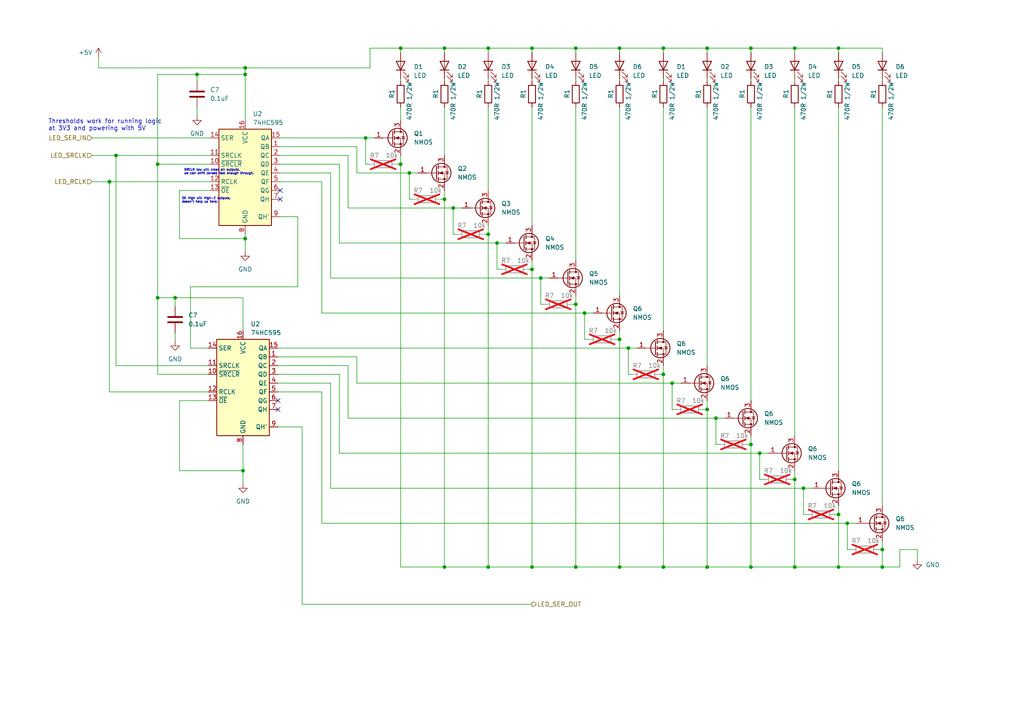
<source format=kicad_sch>
(kicad_sch (version 20230121) (generator eeschema)
  (paper "A4")
  (lib_symbols
    (symbol "74xx:74HC595"
      (property "Reference" "U" (at -7.62 13.97 0))
      (property "Value" "74HC595" (at -7.62 -16.51 0))
      (symbol "74HC595_1_0"
        (pin tri_state line (at 10.16 7.62 180) (length 2.54) (name "QB") (number "1"))
        (pin input line (at -10.16 2.54 0) (length 2.54) (name "~{SRCLR}") (number "10"))
        (pin input line (at -10.16 5.08 0) (length 2.54) (name "SRCLK") (number "11"))
        (pin input line (at -10.16 -2.54 0) (length 2.54) (name "RCLK") (number "12"))
        (pin input line (at -10.16 -5.08 0) (length 2.54) (name "~{OE}") (number "13"))
        (pin input line (at -10.16 10.16 0) (length 2.54) (name "SER") (number "14"))
        (pin tri_state line (at 10.16 10.16 180) (length 2.54) (name "QA") (number "15"))
        (pin power_in line (at 0 15.24 270) (length 2.54) (name "VCC") (number "16"))
        (pin tri_state line (at 10.16 5.08 180) (length 2.54) (name "QC") (number "2"))
        (pin tri_state line (at 10.16 2.54 180) (length 2.54) (name "QD") (number "3"))
        (pin tri_state line (at 10.16 0 180) (length 2.54) (name "QE") (number "4"))
        (pin tri_state line (at 10.16 -2.54 180) (length 2.54) (name "QF") (number "5"))
        (pin tri_state line (at 10.16 -5.08 180) (length 2.54) (name "QG") (number "6"))
        (pin tri_state line (at 10.16 -7.62 180) (length 2.54) (name "QH") (number "7"))
        (pin power_in line (at 0 -17.78 90) (length 2.54) (name "GND") (number "8"))
        (pin output line (at 10.16 -12.7 180) (length 2.54) (name "QH'") (number "9"))
      )
      (symbol "74HC595_1_1"
        (rectangle (start -7.62 12.7) (end 7.62 -15.24) (stroke (width 0.254)) (fill (type background)))
      )
    )
    (symbol "Device:C" (pin_numbers hide) (pin_names (offset 0.254))
      (property "Reference" "C" (at 0.635 2.54 0))
      (property "Value" "C" (at 0.635 -2.54 0))
      (symbol "C_0_1"
        (polyline (pts (xy -2.032 -0.762) (xy 2.032 -0.762)) (stroke (width 0.508)))
        (polyline (pts (xy -2.032 0.762) (xy 2.032 0.762)) (stroke (width 0.508)))
      )
      (symbol "C_1_1"
        (pin passive line (at 0 3.81 270) (length 2.794) (name "~") (number "1"))
        (pin passive line (at 0 -3.81 90) (length 2.794) (name "~") (number "2"))
      )
    )
    (symbol "Device:LED" (pin_numbers hide) (pin_names (offset 1.016) hide)
      (property "Reference" "D" (at 0 2.54 0))
      (property "Value" "LED" (at 0 -2.54 0))
      (symbol "LED_0_1"
        (polyline (pts (xy -1.27 -1.27) (xy -1.27 1.27)) (stroke (width 0.254)))
        (polyline (pts (xy -1.27 0) (xy 1.27 0)))
        (polyline (pts (xy 1.27 -1.27) (xy 1.27 1.27) (xy -1.27 0) (xy 1.27 -1.27)) (stroke (width 0.254)))
        (polyline (pts (xy -3.048 -0.762) (xy -4.572 -2.286) (xy -3.81 -2.286) (xy -4.572 -2.286) (xy -4.572 -1.524)))
        (polyline (pts (xy -1.778 -0.762) (xy -3.302 -2.286) (xy -2.54 -2.286) (xy -3.302 -2.286) (xy -3.302 -1.524)))
      )
      (symbol "LED_1_1"
        (pin passive line (at -3.81 0 0) (length 2.54) (name "K") (number "1"))
        (pin passive line (at 3.81 0 180) (length 2.54) (name "A") (number "2"))
      )
    )
    (symbol "Device:Q_NMOS_GSD" (pin_names (offset 0) hide)
      (property "Reference" "Q" (at 5.08 1.27 0))
      (property "Value" "Q_NMOS_GSD" (at 5.08 -1.27 0))
      (symbol "Q_NMOS_GSD_0_1"
        (polyline (pts (xy 0.254 0) (xy -2.54 0)))
        (polyline (pts (xy 0.254 1.905) (xy 0.254 -1.905)) (stroke (width 0.254)))
        (polyline (pts (xy 0.762 -1.27) (xy 0.762 -2.286)) (stroke (width 0.254)))
        (polyline (pts (xy 0.762 0.508) (xy 0.762 -0.508)) (stroke (width 0.254)))
        (polyline (pts (xy 0.762 2.286) (xy 0.762 1.27)) (stroke (width 0.254)))
        (polyline (pts (xy 2.54 2.54) (xy 2.54 1.778)))
        (polyline (pts (xy 2.54 -2.54) (xy 2.54 0) (xy 0.762 0)))
        (polyline (pts (xy 0.762 -1.778) (xy 3.302 -1.778) (xy 3.302 1.778) (xy 0.762 1.778)))
        (polyline (pts (xy 1.016 0) (xy 2.032 0.381) (xy 2.032 -0.381) (xy 1.016 0)) (fill (type outline)))
        (polyline (pts (xy 2.794 0.508) (xy 2.921 0.381) (xy 3.683 0.381) (xy 3.81 0.254)))
        (polyline (pts (xy 3.302 0.381) (xy 2.921 -0.254) (xy 3.683 -0.254) (xy 3.302 0.381)))
        (circle (center 1.651 0) (radius 2.794) (stroke (width 0.254)))
        (circle (center 2.54 -1.778) (radius 0.254) (fill (type outline)))
        (circle (center 2.54 1.778) (radius 0.254) (fill (type outline)))
      )
      (symbol "Q_NMOS_GSD_1_1"
        (pin input line (at -5.08 0 0) (length 2.54) (name "G") (number "1"))
        (pin passive line (at 2.54 -5.08 90) (length 2.54) (name "S") (number "2"))
        (pin passive line (at 2.54 5.08 270) (length 2.54) (name "D") (number "3"))
      )
    )
    (symbol "Device:R" (pin_numbers hide) (pin_names (offset 0))
      (property "Reference" "R" (at 2.032 0 90))
      (property "Value" "R" (at 0 0 90))
      (symbol "R_0_1"
        (rectangle (start -1.016 -2.54) (end 1.016 2.54) (stroke (width 0.254)))
      )
      (symbol "R_1_1"
        (pin passive line (at 0 3.81 270) (length 1.27) (name "~") (number "1"))
        (pin passive line (at 0 -3.81 90) (length 1.27) (name "~") (number "2"))
      )
    )
    (symbol "power:+5V" (power) (pin_names (offset 0))
      (property "Value" "+5V" (at 0 3.556 0))
      (symbol "+5V_0_1"
        (polyline (pts (xy -0.762 1.27) (xy 0 2.54)))
        (polyline (pts (xy 0 0) (xy 0 2.54)))
        (polyline (pts (xy 0 2.54) (xy 0.762 1.27)))
      )
      (symbol "+5V_1_1"
        (pin power_in line (at 0 0 90) (length 0) hide (name "+5V") (number "1"))
      )
    )
    (symbol "power:GND" (power) (pin_names (offset 0))
      (property "Value" "GND" (at 0 -3.81 0))
      (symbol "GND_0_1"
        (polyline (pts (xy 0 0) (xy 0 -1.27) (xy 1.27 -1.27) (xy 0 -2.54) (xy -1.27 -1.27) (xy 0 -1.27)))
      )
      (symbol "GND_1_1"
        (pin power_in line (at 0 0 270) (length 0) hide (name "GND") (number "1"))
      )
    )
  )
  (junction (at 205.105 118.745))
  (junction (at 179.705 98.425))
  (junction (at 167.005 164.465))
  (junction (at 255.905 164.465))
  (junction (at 71.12 69.215))
  (junction (at 192.405 13.97))
  (junction (at 217.805 128.905))
  (junction (at 167.005 13.97))
  (junction (at 154.305 164.465))
  (junction (at 71.12 19.685))
  (junction (at 255.905 159.385))
  (junction (at 33.655 45.085))
  (junction (at 128.905 13.97))
  (junction (at 71.12 21.59))
  (junction (at 167.005 88.265))
  (junction (at 31.75 52.705))
  (junction (at 179.705 13.97))
  (junction (at 169.545 90.805))
  (junction (at 192.405 164.465))
  (junction (at 179.705 164.465))
  (junction (at 194.945 111.125))
  (junction (at 70.485 136.525))
  (junction (at 57.15 21.59))
  (junction (at 131.445 60.325))
  (junction (at 45.72 47.625))
  (junction (at 50.8 86.36))
  (junction (at 116.205 13.97))
  (junction (at 128.905 164.465))
  (junction (at 243.205 164.465))
  (junction (at 128.905 57.785))
  (junction (at 245.745 151.765))
  (junction (at 217.805 164.465))
  (junction (at 207.645 121.285))
  (junction (at 154.305 78.105))
  (junction (at 205.105 164.465))
  (junction (at 144.145 70.485))
  (junction (at 230.505 139.065))
  (junction (at 205.105 13.97))
  (junction (at 141.605 164.465))
  (junction (at 182.245 100.965))
  (junction (at 141.605 67.945))
  (junction (at 141.605 13.97))
  (junction (at 118.745 50.165))
  (junction (at 220.345 131.445))
  (junction (at 243.205 149.225))
  (junction (at 116.205 47.625))
  (junction (at 217.805 13.97))
  (junction (at 45.72 86.36))
  (junction (at 243.205 13.97))
  (junction (at 106.045 40.005))
  (junction (at 154.305 13.97))
  (junction (at 230.505 13.97))
  (junction (at 156.845 80.645))
  (junction (at 192.405 108.585))
  (junction (at 233.045 141.605))
  (junction (at 230.505 164.465))
  (no_connect (at 81.28 55.245))
  (no_connect (at 80.645 116.205))
  (no_connect (at 80.645 118.745))
  (no_connect (at 81.28 57.785))
  (wire (pts (xy 245.745 151.765) (xy 248.285 151.765)))
  (wire (pts (xy 205.105 118.745) (xy 205.105 164.465)))
  (wire (pts (xy 243.205 164.465) (xy 255.905 164.465)))
  (wire (pts (xy 45.72 47.625) (xy 45.72 86.36)))
  (wire (pts (xy 192.405 22.86) (xy 192.405 23.495)))
  (wire (pts (xy 165.735 88.265) (xy 167.005 88.265)))
  (wire (pts (xy 167.005 13.97) (xy 179.705 13.97)))
  (wire (pts (xy 116.205 47.625) (xy 116.205 164.465)))
  (wire (pts (xy 98.425 108.585) (xy 80.645 108.585)))
  (wire (pts (xy 100.965 121.285) (xy 207.645 121.285)))
  (wire (pts (xy 131.445 67.945) (xy 131.445 60.325)))
  (wire (pts (xy 93.345 90.805) (xy 169.545 90.805)))
  (wire (pts (xy 192.405 13.97) (xy 192.405 15.24)))
  (wire (pts (xy 128.905 57.785) (xy 128.905 164.465)))
  (wire (pts (xy 116.205 13.97) (xy 128.905 13.97)))
  (wire (pts (xy 103.505 42.545) (xy 81.28 42.545)))
  (wire (pts (xy 60.325 108.585) (xy 45.72 108.585)))
  (wire (pts (xy 179.705 13.97) (xy 192.405 13.97)))
  (wire (pts (xy 179.705 13.97) (xy 179.705 15.24)))
  (wire (pts (xy 154.305 13.97) (xy 154.305 15.24)))
  (wire (pts (xy 203.835 118.745) (xy 205.105 118.745)))
  (wire (pts (xy 52.07 55.245) (xy 52.07 69.215)))
  (wire (pts (xy 243.205 149.225) (xy 243.205 164.465)))
  (wire (pts (xy 81.28 62.865) (xy 86.36 62.865)))
  (wire (pts (xy 26.67 45.085) (xy 33.655 45.085)))
  (wire (pts (xy 255.905 156.845) (xy 255.905 159.385)))
  (wire (pts (xy 98.425 47.625) (xy 81.28 47.625)))
  (wire (pts (xy 114.935 47.625) (xy 116.205 47.625)))
  (wire (pts (xy 179.705 164.465) (xy 192.405 164.465)))
  (wire (pts (xy 120.015 57.785) (xy 118.745 57.785)))
  (wire (pts (xy 80.645 103.505) (xy 103.505 103.505)))
  (wire (pts (xy 106.045 47.625) (xy 106.045 40.005)))
  (wire (pts (xy 57.15 31.115) (xy 57.15 33.655)))
  (wire (pts (xy 205.105 31.115) (xy 205.105 106.045)))
  (wire (pts (xy 98.425 131.445) (xy 220.345 131.445)))
  (wire (pts (xy 93.345 52.705) (xy 93.345 90.805)))
  (wire (pts (xy 31.75 52.705) (xy 31.75 113.665)))
  (wire (pts (xy 158.115 88.265) (xy 156.845 88.265)))
  (wire (pts (xy 128.905 31.115) (xy 128.905 45.085)))
  (wire (pts (xy 194.945 111.125) (xy 197.485 111.125)))
  (wire (pts (xy 182.245 108.585) (xy 182.245 100.965)))
  (wire (pts (xy 52.07 136.525) (xy 70.485 136.525)))
  (wire (pts (xy 33.655 106.045) (xy 60.325 106.045)))
  (wire (pts (xy 71.12 69.215) (xy 71.12 73.025)))
  (wire (pts (xy 183.515 108.585) (xy 182.245 108.585)))
  (wire (pts (xy 28.575 19.685) (xy 71.12 19.685)))
  (wire (pts (xy 154.305 31.115) (xy 154.305 65.405)))
  (wire (pts (xy 220.345 139.065) (xy 220.345 131.445)))
  (wire (pts (xy 144.145 78.105) (xy 144.145 70.485)))
  (wire (pts (xy 229.235 139.065) (xy 230.505 139.065)))
  (wire (pts (xy 103.505 103.505) (xy 103.505 111.125)))
  (wire (pts (xy 230.505 164.465) (xy 243.205 164.465)))
  (wire (pts (xy 52.07 116.205) (xy 52.07 136.525)))
  (wire (pts (xy 55.245 100.965) (xy 60.325 100.965)))
  (wire (pts (xy 179.705 98.425) (xy 179.705 164.465)))
  (wire (pts (xy 28.575 16.51) (xy 28.575 19.685)))
  (wire (pts (xy 31.75 113.665) (xy 60.325 113.665)))
  (wire (pts (xy 70.485 86.36) (xy 50.8 86.36)))
  (wire (pts (xy 106.045 40.005) (xy 108.585 40.005)))
  (wire (pts (xy 131.445 60.325) (xy 133.985 60.325)))
  (wire (pts (xy 260.985 164.465) (xy 255.905 164.465)))
  (wire (pts (xy 156.845 88.265) (xy 156.845 80.645)))
  (wire (pts (xy 116.205 164.465) (xy 128.905 164.465)))
  (wire (pts (xy 93.345 113.665) (xy 93.345 151.765)))
  (wire (pts (xy 216.535 128.905) (xy 217.805 128.905)))
  (wire (pts (xy 128.905 13.97) (xy 128.905 15.24)))
  (wire (pts (xy 233.045 141.605) (xy 235.585 141.605)))
  (wire (pts (xy 217.805 31.115) (xy 217.805 116.205)))
  (wire (pts (xy 71.12 19.685) (xy 71.12 21.59)))
  (wire (pts (xy 191.135 108.585) (xy 192.405 108.585)))
  (wire (pts (xy 141.605 13.97) (xy 154.305 13.97)))
  (wire (pts (xy 71.12 21.59) (xy 71.12 34.925)))
  (wire (pts (xy 192.405 106.045) (xy 192.405 108.585)))
  (wire (pts (xy 141.605 164.465) (xy 154.305 164.465)))
  (wire (pts (xy 57.15 23.495) (xy 57.15 21.59)))
  (wire (pts (xy 205.105 13.97) (xy 217.805 13.97)))
  (wire (pts (xy 80.645 106.045) (xy 100.965 106.045)))
  (wire (pts (xy 57.15 21.59) (xy 71.12 21.59)))
  (wire (pts (xy 217.805 128.905) (xy 217.805 164.465)))
  (wire (pts (xy 207.645 128.905) (xy 207.645 121.285)))
  (wire (pts (xy 50.8 96.52) (xy 50.8 99.06)))
  (wire (pts (xy 178.435 98.425) (xy 179.705 98.425)))
  (wire (pts (xy 217.805 13.97) (xy 230.505 13.97)))
  (wire (pts (xy 95.885 80.645) (xy 156.845 80.645)))
  (wire (pts (xy 141.605 65.405) (xy 141.605 67.945)))
  (wire (pts (xy 81.28 50.165) (xy 95.885 50.165)))
  (wire (pts (xy 233.045 149.225) (xy 233.045 141.605)))
  (wire (pts (xy 247.015 159.385) (xy 245.745 159.385)))
  (wire (pts (xy 167.005 31.115) (xy 167.005 75.565)))
  (wire (pts (xy 95.885 111.125) (xy 80.645 111.125)))
  (wire (pts (xy 260.985 159.385) (xy 260.985 164.465)))
  (wire (pts (xy 45.72 21.59) (xy 45.72 47.625)))
  (wire (pts (xy 31.75 52.705) (xy 60.96 52.705)))
  (wire (pts (xy 217.805 22.86) (xy 217.805 23.495)))
  (wire (pts (xy 50.8 86.36) (xy 45.72 86.36)))
  (wire (pts (xy 128.905 13.97) (xy 141.605 13.97)))
  (wire (pts (xy 255.905 22.86) (xy 255.905 23.495)))
  (wire (pts (xy 26.67 40.005) (xy 60.96 40.005)))
  (wire (pts (xy 95.885 141.605) (xy 233.045 141.605)))
  (wire (pts (xy 266.065 162.56) (xy 266.065 159.385)))
  (wire (pts (xy 230.505 136.525) (xy 230.505 139.065)))
  (wire (pts (xy 116.205 45.085) (xy 116.205 47.625)))
  (wire (pts (xy 70.485 136.525) (xy 70.485 140.335)))
  (wire (pts (xy 45.72 21.59) (xy 57.15 21.59)))
  (wire (pts (xy 170.815 98.425) (xy 169.545 98.425)))
  (wire (pts (xy 107.315 19.685) (xy 107.315 13.97)))
  (wire (pts (xy 52.07 69.215) (xy 71.12 69.215)))
  (wire (pts (xy 107.315 13.97) (xy 116.205 13.97)))
  (wire (pts (xy 98.425 47.625) (xy 98.425 70.485)))
  (wire (pts (xy 254.635 159.385) (xy 255.905 159.385)))
  (wire (pts (xy 243.205 13.97) (xy 243.205 15.24)))
  (wire (pts (xy 60.96 55.245) (xy 52.07 55.245)))
  (wire (pts (xy 118.745 57.785) (xy 118.745 50.165)))
  (wire (pts (xy 95.885 111.125) (xy 95.885 141.605)))
  (wire (pts (xy 45.72 86.36) (xy 45.72 108.585)))
  (wire (pts (xy 70.485 128.905) (xy 70.485 136.525)))
  (wire (pts (xy 167.005 13.97) (xy 167.005 15.24)))
  (wire (pts (xy 221.615 139.065) (xy 220.345 139.065)))
  (wire (pts (xy 205.105 116.205) (xy 205.105 118.745)))
  (wire (pts (xy 192.405 31.115) (xy 192.405 95.885)))
  (wire (pts (xy 220.345 131.445) (xy 222.885 131.445)))
  (wire (pts (xy 71.12 67.945) (xy 71.12 69.215)))
  (wire (pts (xy 144.145 70.485) (xy 146.685 70.485)))
  (wire (pts (xy 141.605 13.97) (xy 141.605 15.24)))
  (wire (pts (xy 81.28 45.085) (xy 100.965 45.085)))
  (wire (pts (xy 192.405 108.585) (xy 192.405 164.465)))
  (wire (pts (xy 118.745 50.165) (xy 121.285 50.165)))
  (wire (pts (xy 127.635 57.785) (xy 128.905 57.785)))
  (wire (pts (xy 205.105 164.465) (xy 217.805 164.465)))
  (wire (pts (xy 140.335 67.945) (xy 141.605 67.945)))
  (wire (pts (xy 116.205 13.97) (xy 116.205 15.24)))
  (wire (pts (xy 154.305 13.97) (xy 167.005 13.97)))
  (wire (pts (xy 217.805 13.97) (xy 217.805 15.24)))
  (wire (pts (xy 153.035 78.105) (xy 154.305 78.105)))
  (wire (pts (xy 50.8 86.36) (xy 50.8 88.9)))
  (wire (pts (xy 93.345 113.665) (xy 80.645 113.665)))
  (wire (pts (xy 103.505 111.125) (xy 194.945 111.125)))
  (wire (pts (xy 33.655 45.085) (xy 60.96 45.085)))
  (wire (pts (xy 230.505 13.97) (xy 243.205 13.97)))
  (wire (pts (xy 230.505 139.065) (xy 230.505 164.465)))
  (wire (pts (xy 243.205 146.685) (xy 243.205 149.225)))
  (wire (pts (xy 103.505 50.165) (xy 118.745 50.165)))
  (wire (pts (xy 86.36 62.865) (xy 86.36 83.185)))
  (wire (pts (xy 33.655 45.085) (xy 33.655 106.045)))
  (wire (pts (xy 71.12 19.685) (xy 107.315 19.685)))
  (wire (pts (xy 87.63 123.825) (xy 87.63 175.26)))
  (wire (pts (xy 100.965 45.085) (xy 100.965 60.325)))
  (wire (pts (xy 169.545 98.425) (xy 169.545 90.805)))
  (wire (pts (xy 93.345 151.765) (xy 245.745 151.765)))
  (wire (pts (xy 128.905 55.245) (xy 128.905 57.785)))
  (wire (pts (xy 145.415 78.105) (xy 144.145 78.105)))
  (wire (pts (xy 243.205 22.86) (xy 243.205 23.495)))
  (wire (pts (xy 217.805 164.465) (xy 230.505 164.465)))
  (wire (pts (xy 116.205 31.115) (xy 116.205 34.925)))
  (wire (pts (xy 255.905 13.97) (xy 255.905 15.24)))
  (wire (pts (xy 98.425 70.485) (xy 144.145 70.485)))
  (wire (pts (xy 80.645 100.965) (xy 182.245 100.965)))
  (wire (pts (xy 230.505 31.115) (xy 230.505 126.365)))
  (wire (pts (xy 141.605 31.115) (xy 141.605 55.245)))
  (wire (pts (xy 167.005 88.265) (xy 167.005 164.465)))
  (wire (pts (xy 230.505 13.97) (xy 230.505 15.24)))
  (wire (pts (xy 217.805 126.365) (xy 217.805 128.905)))
  (wire (pts (xy 167.005 85.725) (xy 167.005 88.265)))
  (wire (pts (xy 154.305 75.565) (xy 154.305 78.105)))
  (wire (pts (xy 60.325 116.205) (xy 52.07 116.205)))
  (wire (pts (xy 60.96 47.625) (xy 45.72 47.625)))
  (wire (pts (xy 179.705 95.885) (xy 179.705 98.425)))
  (wire (pts (xy 205.105 22.86) (xy 205.105 23.495)))
  (wire (pts (xy 80.645 123.825) (xy 87.63 123.825)))
  (wire (pts (xy 266.065 159.385) (xy 260.985 159.385)))
  (wire (pts (xy 100.965 60.325) (xy 131.445 60.325)))
  (wire (pts (xy 245.745 159.385) (xy 245.745 151.765)))
  (wire (pts (xy 207.645 121.285) (xy 210.185 121.285)))
  (wire (pts (xy 167.005 22.86) (xy 167.005 23.495)))
  (wire (pts (xy 205.105 13.97) (xy 205.105 15.24)))
  (wire (pts (xy 116.205 22.86) (xy 116.205 23.495)))
  (wire (pts (xy 154.305 78.105) (xy 154.305 164.465)))
  (wire (pts (xy 208.915 128.905) (xy 207.645 128.905)))
  (wire (pts (xy 234.315 149.225) (xy 233.045 149.225)))
  (wire (pts (xy 241.935 149.225) (xy 243.205 149.225)))
  (wire (pts (xy 156.845 80.645) (xy 159.385 80.645)))
  (wire (pts (xy 255.905 31.115) (xy 255.905 146.685)))
  (wire (pts (xy 196.215 118.745) (xy 194.945 118.745)))
  (wire (pts (xy 141.605 67.945) (xy 141.605 164.465)))
  (wire (pts (xy 182.245 100.965) (xy 184.785 100.965)))
  (wire (pts (xy 243.205 31.115) (xy 243.205 136.525)))
  (wire (pts (xy 87.63 175.26) (xy 154.305 175.26)))
  (wire (pts (xy 81.28 40.005) (xy 106.045 40.005)))
  (wire (pts (xy 167.005 164.465) (xy 179.705 164.465)))
  (wire (pts (xy 192.405 13.97) (xy 205.105 13.97)))
  (wire (pts (xy 103.505 42.545) (xy 103.505 50.165)))
  (wire (pts (xy 86.36 83.185) (xy 55.245 83.185)))
  (wire (pts (xy 179.705 22.86) (xy 179.705 23.495)))
  (wire (pts (xy 107.315 47.625) (xy 106.045 47.625)))
  (wire (pts (xy 194.945 118.745) (xy 194.945 111.125)))
  (wire (pts (xy 230.505 22.86) (xy 230.505 23.495)))
  (wire (pts (xy 55.245 83.185) (xy 55.245 100.965)))
  (wire (pts (xy 100.965 106.045) (xy 100.965 121.285)))
  (wire (pts (xy 243.205 13.97) (xy 255.905 13.97)))
  (wire (pts (xy 169.545 90.805) (xy 172.085 90.805)))
  (wire (pts (xy 154.305 22.86) (xy 154.305 23.495)))
  (wire (pts (xy 255.905 159.385) (xy 255.905 164.465)))
  (wire (pts (xy 154.305 164.465) (xy 167.005 164.465)))
  (wire (pts (xy 179.705 31.115) (xy 179.705 85.725)))
  (wire (pts (xy 128.905 164.465) (xy 141.605 164.465)))
  (wire (pts (xy 95.885 50.165) (xy 95.885 80.645)))
  (wire (pts (xy 132.715 67.945) (xy 131.445 67.945)))
  (wire (pts (xy 26.67 52.705) (xy 31.75 52.705)))
  (wire (pts (xy 192.405 164.465) (xy 205.105 164.465)))
  (wire (pts (xy 98.425 108.585) (xy 98.425 131.445)))
  (wire (pts (xy 70.485 86.36) (xy 70.485 95.885)))
  (wire (pts (xy 93.345 52.705) (xy 81.28 52.705)))
  (wire (pts (xy 141.605 22.86) (xy 141.605 23.495)))
  (wire (pts (xy 128.905 22.86) (xy 128.905 23.495)))
  (text "SRCLR low will clear all outputs,\nwe can shift zeroes fast enough through." (at 53.34 50.8 0) (effects (font (size 0.635 0.635)) (justify left bottom)))
  (text "OE high will high-Z outputs,\ndoesn't help us here." (at 52.705 59.055 0) (effects (font (size 0.635 0.635)) (justify left bottom)))
  (text "Thresholds work for running logic\nat 3V3 and powering with 5V" (at 13.97 38.1 0) (effects (font (size 1.27 1.27)) (justify left bottom)))
  (hierarchical_label "LED_RCLK" (shape input) (at 26.67 52.705 180))
  (hierarchical_label "LED_SER_IN" (shape input) (at 26.67 40.005 180))
  (hierarchical_label "LED_SER_OUT" (shape output) (at 154.305 175.26 0))
  (hierarchical_label "LED_SRCLK" (shape input) (at 26.67 45.085 180))
  (symbol (lib_id "Device:R") (at 167.005 27.305 0) (unit 1)
    (property "Reference" "R1" (at 164.465 28.575 90) (effects (justify left)))
    (property "Value" "470R 1/2W" (at 169.545 34.925 90) (effects (justify left)))
    (property "Footprint" "Resistor_SMD:R_1206_3216Metric" (effects hide))
    (property "MPN" "ERJ-P08J471V" (effects hide))
    (property "Link" "https://www.digikey.de/en/products/detail/panasonic-electronic-components/ERJ-P08J471V/525396" (effects hide))
    (instances (project "button-board" (path "" (reference "R1") (unit 1)) (path "" (reference "R21") (unit 1)) (path "" (reference "R33") (unit 1))))
  )
  (symbol (lib_id "Device:LED") (at 217.805 19.05 90) (unit 1)
    (property "Reference" "D3" (at 221.615 19.3675 90) (effects (justify right)))
    (property "Value" "LED" (at 221.615 21.9075 90) (effects (justify right)))
    (property "Footprint" "LED_SMD:LED_SunLED_XZ_Reverse_Mount" (effects hide))
    (instances (project "button-board" (path "" (reference "D3") (unit 1)) (path "" (reference "D9") (unit 1)) (path "" (reference "D12") (unit 1))))
  )
  (symbol (lib_id "Device:R") (at 205.105 27.305 0) (unit 1)
    (property "Reference" "R1" (at 202.565 28.575 90) (effects (justify left)))
    (property "Value" "470R 1/2W" (at 207.645 34.925 90) (effects (justify left)))
    (property "Footprint" "Resistor_SMD:R_1206_3216Metric" (effects hide))
    (property "MPN" "ERJ-P08J471V" (effects hide))
    (property "Link" "https://www.digikey.de/en/products/detail/panasonic-electronic-components/ERJ-P08J471V/525396" (effects hide))
    (instances (project "button-board" (path "" (reference "R1") (unit 1)) (path "" (reference "R21") (unit 1)) (path "" (reference "R39") (unit 1))))
  )
  (symbol (lib_id "Device:LED") (at 128.905 19.05 90) (unit 1)
    (property "Reference" "D2" (at 132.715 19.3675 90) (effects (justify right)))
    (property "Value" "LED" (at 132.715 21.9075 90) (effects (justify right)))
    (property "Footprint" "LED_SMD:LED_SunLED_XZ_Reverse_Mount" (effects hide))
    (instances (project "button-board" (path "" (reference "D2") (unit 1)) (path "" (reference "D8") (unit 1)) (path "" (reference "D5") (unit 1))))
  )
  (symbol (lib_id "Device:R") (at 243.205 27.305 0) (unit 1)
    (property "Reference" "R1" (at 240.665 28.575 90) (effects (justify left)))
    (property "Value" "470R 1/2W" (at 245.745 34.925 90) (effects (justify left)))
    (property "Footprint" "Resistor_SMD:R_1206_3216Metric" (effects hide))
    (property "MPN" "ERJ-P08J471V" (effects hide))
    (property "Link" "https://www.digikey.de/en/products/detail/panasonic-electronic-components/ERJ-P08J471V/525396" (effects hide))
    (instances (project "button-board" (path "" (reference "R1") (unit 1)) (path "" (reference "R21") (unit 1)) (path "" (reference "R45") (unit 1))))
  )
  (symbol (lib_id "Device:LED") (at 243.205 19.05 90) (unit 1)
    (property "Reference" "D5" (at 247.015 19.3675 90) (effects (justify right)))
    (property "Value" "LED" (at 247.015 21.9075 90) (effects (justify right)))
    (property "Footprint" "LED_SMD:LED_SunLED_XZ_Reverse_Mount_Cut_Pads" (effects hide))
    (instances (project "button-board" (path "" (reference "D5") (unit 1)) (path "" (reference "D11") (unit 1)) (path "" (reference "D14") (unit 1))))
  )
  (symbol (lib_id "Device:R") (at 217.805 27.305 0) (unit 1)
    (property "Reference" "R1" (at 215.265 28.575 90) (effects (justify left)))
    (property "Value" "470R 1/2W" (at 220.345 34.925 90) (effects (justify left)))
    (property "Footprint" "Resistor_SMD:R_1206_3216Metric" (effects hide))
    (property "MPN" "ERJ-P08J471V" (effects hide))
    (property "Link" "https://www.digikey.de/en/products/detail/panasonic-electronic-components/ERJ-P08J471V/525396" (effects hide))
    (instances (project "button-board" (path "" (reference "R1") (unit 1)) (path "" (reference "R21") (unit 1)) (path "" (reference "R41") (unit 1))))
  )
  (symbol (lib_id "Device:LED") (at 141.605 19.05 90) (unit 1)
    (property "Reference" "D3" (at 145.415 19.3675 90) (effects (justify right)))
    (property "Value" "LED" (at 145.415 21.9075 90) (effects (justify right)))
    (property "Footprint" "LED_SMD:LED_SunLED_XZ_Reverse_Mount" (effects hide))
    (instances (project "button-board" (path "" (reference "D3") (unit 1)) (path "" (reference "D9") (unit 1)) (path "" (reference "D6") (unit 1))))
  )
  (symbol (lib_id "Device:R") (at 192.405 27.305 0) (unit 1)
    (property "Reference" "R1" (at 189.865 28.575 90) (effects (justify left)))
    (property "Value" "470R 1/2W" (at 194.945 34.925 90) (effects (justify left)))
    (property "Footprint" "Resistor_SMD:R_1206_3216Metric" (effects hide))
    (property "MPN" "ERJ-P08J471V" (effects hide))
    (property "Link" "https://www.digikey.de/en/products/detail/panasonic-electronic-components/ERJ-P08J471V/525396" (effects hide))
    (instances (project "button-board" (path "" (reference "R1") (unit 1)) (path "" (reference "R21") (unit 1)) (path "" (reference "R37") (unit 1))))
  )
  (symbol (lib_id "Device:Q_NMOS_GSD") (at 151.765 70.485 0) (unit 1)
    (property "Reference" "Q4" (at 158.115 69.215 0) (effects (justify left)))
    (property "Value" "NMOS" (at 158.115 71.755 0) (effects (justify left)))
    (property "Footprint" "Package_TO_SOT_SMD:TSOT-23" (effects hide))
    (property "Link" "https://www.digikey.de/en/products/detail/anbon-semiconductor-int-l-limited/AS2302/16708469" (effects hide))
    (property "MPN" "AS2302" (effects hide))
    (instances (project "button-board" (path "" (reference "Q4") (unit 1)) (path "" (reference "Q10") (unit 1)) (path "" (reference "Q5") (unit 1))))
  )
  (symbol (lib_id "power:+5V") (at 28.575 16.51 0) (unit 1)
    (property "Reference" "#PWR03" (effects hide))
    (property "Value" "+5V" (at 24.765 15.24 0))
    (instances (project "button-board" (path "" (reference "#PWR03") (unit 1)) (path "" (reference "#PWR06") (unit 1)) (path "" (reference "#PWR017") (unit 1))))
  )
  (symbol (lib_id "Device:LED") (at 167.005 19.05 90) (unit 1)
    (property "Reference" "D5" (at 170.815 19.3675 90) (effects (justify right)))
    (property "Value" "LED" (at 170.815 21.9075 90) (effects (justify right)))
    (property "Footprint" "LTST-C230K:LED_LTST-C230K" (effects hide))
    (instances (project "button-board" (path "" (reference "D5") (unit 1)) (path "" (reference "D11") (unit 1)) (path "" (reference "D8") (unit 1))))
  )
  (symbol (lib_id "Device:R") (at 179.705 27.305 0) (unit 1)
    (property "Reference" "R1" (at 177.165 28.575 90) (effects (justify left)))
    (property "Value" "470R 1/2W" (at 182.245 34.925 90) (effects (justify left)))
    (property "Footprint" "Resistor_SMD:R_1206_3216Metric" (effects hide))
    (property "MPN" "ERJ-P08J471V" (effects hide))
    (property "Link" "https://www.digikey.de/en/products/detail/panasonic-electronic-components/ERJ-P08J471V/525396" (effects hide))
    (instances (project "button-board" (path "" (reference "R1") (unit 1)) (path "" (reference "R21") (unit 1)) (path "" (reference "R35") (unit 1))))
  )
  (symbol (lib_id "Device:R") (at 238.125 149.225 90) (unit 1) (in_bom no) (dnp yes)
    (property "Reference" "R7" (at 235.585 146.685 90))
    (property "Value" "10k" (at 240.665 146.685 90))
    (property "Footprint" "Resistor_SMD:R_0603_1608Metric" (effects hide))
    (property "Link" "https://www.digikey.de/en/products/detail/yageo/RC0603FR-0710KL/726880" (effects hide))
    (property "MPN" "RC0603FR-0710KL" (effects hide))
    (instances (project "button-board" (path "" (reference "R7") (unit 1)) (path "" (reference "R30") (unit 1)) (path "" (reference "R44") (unit 1))))
  )
  (symbol (lib_id "Device:R") (at 154.305 27.305 0) (unit 1)
    (property "Reference" "R1" (at 151.765 28.575 90) (effects (justify left)))
    (property "Value" "470R 1/2W" (at 156.845 34.925 90) (effects (justify left)))
    (property "Footprint" "Resistor_SMD:R_1206_3216Metric" (effects hide))
    (property "MPN" "ERJ-P08J471V" (effects hide))
    (property "Link" "https://www.digikey.de/en/products/detail/panasonic-electronic-components/ERJ-P08J471V/525396" (effects hide))
    (instances (project "button-board" (path "" (reference "R1") (unit 1)) (path "" (reference "R21") (unit 1)) (path "" (reference "R31") (unit 1))))
  )
  (symbol (lib_id "power:GND") (at 70.485 140.335 0) (unit 1)
    (property "Reference" "#PWR08" (effects hide))
    (property "Value" "GND" (at 70.485 145.415 0))
    (instances (project "button-board" (path "" (reference "#PWR08") (unit 1)) (path "" (reference "#PWR018") (unit 1))))
  )
  (symbol (lib_id "Device:C") (at 57.15 27.305 0) (unit 1)
    (property "Reference" "C7" (at 60.96 26.035 0) (effects (justify left)))
    (property "Value" "0.1uF" (at 60.96 28.575 0) (effects (justify left)))
    (property "Footprint" "Capacitor_SMD:C_0603_1608Metric" (effects hide))
    (property "Link" "https://www.digikey.de/en/products/detail/kyocera-avx/KGM15BR71H104KT/1600046" (effects hide))
    (property "MPN" "KYOCERA AVX" (effects hide))
    (instances (project "button-board" (path "" (reference "C7") (unit 1)) (path "" (reference "C11") (unit 1))))
  )
  (symbol (lib_id "Device:R") (at 128.905 27.305 0) (unit 1)
    (property "Reference" "R1" (at 126.365 28.575 90) (effects (justify left)))
    (property "Value" "470R 1/2W" (at 131.445 34.925 90) (effects (justify left)))
    (property "Footprint" "Resistor_SMD:R_1206_3216Metric" (effects hide))
    (property "MPN" "ERJ-P08J471V" (effects hide))
    (property "Link" "https://www.digikey.de/en/products/detail/panasonic-electronic-components/ERJ-P08J471V/525396" (effects hide))
    (instances (project "button-board" (path "" (reference "R1") (unit 1)) (path "" (reference "R21") (unit 1)) (path "" (reference "R27") (unit 1))))
  )
  (symbol (lib_id "Device:Q_NMOS_GSD") (at 189.865 100.965 0) (unit 1)
    (property "Reference" "Q6" (at 196.215 99.695 0) (effects (justify left)))
    (property "Value" "NMOS" (at 196.215 102.235 0) (effects (justify left)))
    (property "Footprint" "Package_TO_SOT_SMD:TSOT-23" (effects hide))
    (property "Link" "https://www.digikey.de/en/products/detail/anbon-semiconductor-int-l-limited/AS2302/16708469" (effects hide))
    (property "MPN" "AS2302" (effects hide))
    (instances (project "button-board" (path "" (reference "Q6") (unit 1)) (path "" (reference "Q12") (unit 1)) (path "" (reference "Q8") (unit 1))))
  )
  (symbol (lib_id "Device:Q_NMOS_GSD") (at 126.365 50.165 0) (unit 1)
    (property "Reference" "Q2" (at 132.715 48.895 0) (effects (justify left)))
    (property "Value" "NMOS" (at 132.715 51.435 0) (effects (justify left)))
    (property "Footprint" "Package_TO_SOT_SMD:TSOT-23" (effects hide))
    (property "Link" "https://www.digikey.de/en/products/detail/anbon-semiconductor-int-l-limited/AS2302/16708469" (effects hide))
    (property "MPN" "AS2302" (effects hide))
    (instances (project "button-board" (path "" (reference "Q2") (unit 1)) (path "" (reference "Q8") (unit 1)) (path "" (reference "Q3") (unit 1))))
  )
  (symbol (lib_id "Device:R") (at 161.925 88.265 90) (unit 1) (in_bom no) (dnp yes)
    (property "Reference" "R7" (at 159.385 85.725 90))
    (property "Value" "10k" (at 164.465 85.725 90))
    (property "Footprint" "Resistor_SMD:R_0603_1608Metric" (effects hide))
    (property "Link" "https://www.digikey.de/en/products/detail/yageo/RC0603FR-0710KL/726880" (effects hide))
    (property "MPN" "RC0603FR-0710KL" (effects hide))
    (instances (project "button-board" (path "" (reference "R7") (unit 1)) (path "" (reference "R28") (unit 1)) (path "" (reference "R32") (unit 1))))
  )
  (symbol (lib_id "Device:Q_NMOS_GSD") (at 202.565 111.125 0) (unit 1)
    (property "Reference" "Q6" (at 208.915 109.855 0) (effects (justify left)))
    (property "Value" "NMOS" (at 208.915 112.395 0) (effects (justify left)))
    (property "Footprint" "Package_TO_SOT_SMD:TSOT-23" (effects hide))
    (property "Link" "https://www.digikey.de/en/products/detail/anbon-semiconductor-int-l-limited/AS2302/16708469" (effects hide))
    (property "MPN" "AS2302" (effects hide))
    (instances (project "button-board" (path "" (reference "Q6") (unit 1)) (path "" (reference "Q12") (unit 1)) (path "" (reference "Q9") (unit 1))))
  )
  (symbol (lib_id "Device:LED") (at 192.405 19.05 90) (unit 1)
    (property "Reference" "D1" (at 196.215 19.3675 90) (effects (justify right)))
    (property "Value" "LED" (at 196.215 21.9075 90) (effects (justify right)))
    (property "Footprint" "LED_SMD:LED_SunLED_XZ_Reverse_Mount" (effects hide))
    (instances (project "button-board" (path "" (reference "D1") (unit 1)) (path "" (reference "D7") (unit 1)) (path "" (reference "D10") (unit 1))))
  )
  (symbol (lib_id "Device:Q_NMOS_GSD") (at 113.665 40.005 0) (unit 1)
    (property "Reference" "Q1" (at 120.015 38.735 0) (effects (justify left)))
    (property "Value" "NMOS" (at 120.015 41.275 0) (effects (justify left)))
    (property "Footprint" "Package_TO_SOT_SMD:TSOT-23" (effects hide))
    (property "Link" "https://www.digikey.de/en/products/detail/anbon-semiconductor-int-l-limited/AS2302/16708469" (effects hide))
    (property "MPN" "AS2302" (effects hide))
    (instances (project "button-board" (path "" (reference "Q1") (unit 1)) (path "" (reference "Q7") (unit 1)) (path "" (reference "Q2") (unit 1))))
  )
  (symbol (lib_id "Device:R") (at 174.625 98.425 90) (unit 1) (in_bom no) (dnp yes)
    (property "Reference" "R7" (at 172.085 95.885 90))
    (property "Value" "10k" (at 177.165 95.885 90))
    (property "Footprint" "Resistor_SMD:R_0603_1608Metric" (effects hide))
    (property "Link" "https://www.digikey.de/en/products/detail/yageo/RC0603FR-0710KL/726880" (effects hide))
    (property "MPN" "RC0603FR-0710KL" (effects hide))
    (instances (project "button-board" (path "" (reference "R7") (unit 1)) (path "" (reference "R30") (unit 1)) (path "" (reference "R34") (unit 1))))
  )
  (symbol (lib_id "Device:R") (at 116.205 27.305 0) (unit 1)
    (property "Reference" "R1" (at 113.665 28.575 90) (effects (justify left)))
    (property "Value" "470R 1/2W" (at 118.745 34.925 90) (effects (justify left)))
    (property "Footprint" "Resistor_SMD:R_1206_3216Metric" (effects hide))
    (property "MPN" "ERJ-P08J471V" (effects hide))
    (property "Link" "https://www.digikey.de/en/products/detail/panasonic-electronic-components/ERJ-P08J471V/525396" (effects hide))
    (instances (project "button-board" (path "" (reference "R1") (unit 1)) (path "" (reference "R21") (unit 1)) (path "" (reference "R25") (unit 1))))
  )
  (symbol (lib_id "Device:LED") (at 154.305 19.05 90) (unit 1)
    (property "Reference" "D4" (at 158.115 19.3675 90) (effects (justify right)))
    (property "Value" "LED" (at 158.115 21.9075 90) (effects (justify right)))
    (property "Footprint" "LTST-C230K:LED_LTST-C230K" (effects hide))
    (instances (project "button-board" (path "" (reference "D4") (unit 1)) (path "" (reference "D10") (unit 1)) (path "" (reference "D7") (unit 1))))
  )
  (symbol (lib_id "Device:R") (at 230.505 27.305 0) (unit 1)
    (property "Reference" "R1" (at 227.965 28.575 90) (effects (justify left)))
    (property "Value" "470R 1/2W" (at 233.045 34.925 90) (effects (justify left)))
    (property "Footprint" "Resistor_SMD:R_1206_3216Metric" (effects hide))
    (property "MPN" "ERJ-P08J471V" (effects hide))
    (property "Link" "https://www.digikey.de/en/products/detail/panasonic-electronic-components/ERJ-P08J471V/525396" (effects hide))
    (instances (project "button-board" (path "" (reference "R1") (unit 1)) (path "" (reference "R21") (unit 1)) (path "" (reference "R43") (unit 1))))
  )
  (symbol (lib_id "Device:R") (at 141.605 27.305 0) (unit 1)
    (property "Reference" "R1" (at 139.065 28.575 90) (effects (justify left)))
    (property "Value" "470R 1/2W" (at 144.145 34.925 90) (effects (justify left)))
    (property "Footprint" "Resistor_SMD:R_1206_3216Metric" (effects hide))
    (property "MPN" "ERJ-P08J471V" (effects hide))
    (property "Link" "https://www.digikey.de/en/products/detail/panasonic-electronic-components/ERJ-P08J471V/525396" (effects hide))
    (instances (project "button-board" (path "" (reference "R1") (unit 1)) (path "" (reference "R21") (unit 1)) (path "" (reference "R29") (unit 1))))
  )
  (symbol (lib_id "74xx:74HC595") (at 71.12 50.165 0) (unit 1)
    (property "Reference" "U2" (at 73.3141 33.02 0) (effects (justify left)))
    (property "Value" "74HC595" (at 73.3141 35.56 0) (effects (justify left)))
    (property "Footprint" "Package_SO:TSSOP-16_4.4x5mm_P0.65mm" (effects hide))
    (property "Datasheet" "http://www.ti.com/lit/ds/symlink/sn74hc595.pdf" (effects hide))
    (property "Link" "https://www.digikey.de/en/products/detail/nexperia-usa-inc/74HC595PW-118/946653" (effects hide))
    (property "MPN" "74HC595PW,118" (effects hide))
    (instances (project "button-board" (path "" (reference "U2") (unit 1)) (path "" (reference "U2") (unit 1)) (path "" (reference "U4") (unit 1)) (path "" (reference "U5") (unit 1))))
  )
  (symbol (lib_id "Device:LED") (at 179.705 19.05 90) (unit 1)
    (property "Reference" "D6" (at 183.515 19.3675 90) (effects (justify right)))
    (property "Value" "LED" (at 183.515 21.9075 90) (effects (justify right)))
    (property "Footprint" "LTST-C230K:LED_LTST-C230K" (effects hide))
    (instances (project "button-board" (path "" (reference "D6") (unit 1)) (path "" (reference "D12") (unit 1)) (path "" (reference "D9") (unit 1))))
  )
  (symbol (lib_id "power:GND") (at 266.065 162.56 0) (unit 1)
    (property "Reference" "#PWR04" (effects hide))
    (property "Value" "GND" (at 270.51 163.83 0))
    (instances (project "button-board" (path "" (reference "#PWR04") (unit 1)) (path "" (reference "#PWR09") (unit 1)) (path "" (reference "#PWR020") (unit 1))))
  )
  (symbol (lib_id "Device:LED") (at 255.905 19.05 90) (unit 1)
    (property "Reference" "D6" (at 259.715 19.3675 90) (effects (justify right)))
    (property "Value" "LED" (at 259.715 21.9075 90) (effects (justify right)))
    (property "Footprint" "LED_SMD:LED_SunLED_XZ_Reverse_Mount_Cut_Pads" (effects hide))
    (instances (project "button-board" (path "" (reference "D6") (unit 1)) (path "" (reference "D12") (unit 1)) (path "" (reference "D15") (unit 1))))
  )
  (symbol (lib_id "power:GND") (at 57.15 33.655 0) (unit 1)
    (property "Reference" "#PWR08" (effects hide))
    (property "Value" "GND" (at 57.15 38.735 0))
    (instances (project "button-board" (path "" (reference "#PWR08") (unit 1)) (path "" (reference "#PWR035") (unit 1))))
  )
  (symbol (lib_id "Device:Q_NMOS_GSD") (at 253.365 151.765 0) (unit 1)
    (property "Reference" "Q6" (at 259.715 150.495 0) (effects (justify left)))
    (property "Value" "NMOS" (at 259.715 153.035 0) (effects (justify left)))
    (property "Footprint" "Package_TO_SOT_SMD:TSOT-23" (effects hide))
    (property "Link" "https://www.digikey.de/en/products/detail/anbon-semiconductor-int-l-limited/AS2302/16708469" (effects hide))
    (property "MPN" "AS2302" (effects hide))
    (instances (project "button-board" (path "" (reference "Q6") (unit 1)) (path "" (reference "Q12") (unit 1)) (path "" (reference "Q13") (unit 1))))
  )
  (symbol (lib_id "Device:R") (at 225.425 139.065 90) (unit 1) (in_bom no) (dnp yes)
    (property "Reference" "R7" (at 222.885 136.525 90))
    (property "Value" "10k" (at 227.965 136.525 90))
    (property "Footprint" "Resistor_SMD:R_0603_1608Metric" (effects hide))
    (property "Link" "https://www.digikey.de/en/products/detail/yageo/RC0603FR-0710KL/726880" (effects hide))
    (property "MPN" "RC0603FR-0710KL" (effects hide))
    (instances (project "button-board" (path "" (reference "R7") (unit 1)) (path "" (reference "R30") (unit 1)) (path "" (reference "R42") (unit 1))))
  )
  (symbol (lib_id "Device:Q_NMOS_GSD") (at 164.465 80.645 0) (unit 1)
    (property "Reference" "Q5" (at 170.815 79.375 0) (effects (justify left)))
    (property "Value" "NMOS" (at 170.815 81.915 0) (effects (justify left)))
    (property "Footprint" "Package_TO_SOT_SMD:TSOT-23" (effects hide))
    (property "Link" "https://www.digikey.de/en/products/detail/anbon-semiconductor-int-l-limited/AS2302/16708469" (effects hide))
    (property "MPN" "AS2302" (effects hide))
    (instances (project "button-board" (path "" (reference "Q5") (unit 1)) (path "" (reference "Q11") (unit 1)) (path "" (reference "Q6") (unit 1))))
  )
  (symbol (lib_id "power:GND") (at 71.12 73.025 0) (unit 1)
    (property "Reference" "#PWR08" (effects hide))
    (property "Value" "GND" (at 71.12 78.105 0))
    (instances (project "button-board" (path "" (reference "#PWR08") (unit 1)) (path "" (reference "#PWR019") (unit 1))))
  )
  (symbol (lib_id "Device:Q_NMOS_GSD") (at 227.965 131.445 0) (unit 1)
    (property "Reference" "Q6" (at 234.315 130.175 0) (effects (justify left)))
    (property "Value" "NMOS" (at 234.315 132.715 0) (effects (justify left)))
    (property "Footprint" "Package_TO_SOT_SMD:TSOT-23" (effects hide))
    (property "Link" "https://www.digikey.de/en/products/detail/anbon-semiconductor-int-l-limited/AS2302/16708469" (effects hide))
    (property "MPN" "AS2302" (effects hide))
    (instances (project "button-board" (path "" (reference "Q6") (unit 1)) (path "" (reference "Q12") (unit 1)) (path "" (reference "Q11") (unit 1))))
  )
  (symbol (lib_id "Device:R") (at 187.325 108.585 90) (unit 1) (in_bom no) (dnp yes)
    (property "Reference" "R7" (at 184.785 106.045 90))
    (property "Value" "10k" (at 189.865 106.045 90))
    (property "Footprint" "Resistor_SMD:R_0603_1608Metric" (effects hide))
    (property "Link" "https://www.digikey.de/en/products/detail/yageo/RC0603FR-0710KL/726880" (effects hide))
    (property "MPN" "RC0603FR-0710KL" (effects hide))
    (instances (project "button-board" (path "" (reference "R7") (unit 1)) (path "" (reference "R30") (unit 1)) (path "" (reference "R36") (unit 1))))
  )
  (symbol (lib_id "Device:R") (at 149.225 78.105 90) (unit 1) (in_bom no) (dnp yes)
    (property "Reference" "R7" (at 146.685 75.565 90))
    (property "Value" "10k" (at 151.765 75.565 90))
    (property "Footprint" "Resistor_SMD:R_0603_1608Metric" (effects hide))
    (property "Link" "https://www.digikey.de/en/products/detail/yageo/RC0603FR-0710KL/726880" (effects hide))
    (property "MPN" "RC0603FR-0710KL" (effects hide))
    (instances (project "button-board" (path "" (reference "R7") (unit 1)) (path "" (reference "R26") (unit 1)) (path "" (reference "R30") (unit 1))))
  )
  (symbol (lib_id "Device:R") (at 200.025 118.745 90) (unit 1) (in_bom no) (dnp yes)
    (property "Reference" "R7" (at 197.485 116.205 90))
    (property "Value" "10k" (at 202.565 116.205 90))
    (property "Footprint" "Resistor_SMD:R_0603_1608Metric" (effects hide))
    (property "Link" "https://www.digikey.de/en/products/detail/yageo/RC0603FR-0710KL/726880" (effects hide))
    (property "MPN" "RC0603FR-0710KL" (effects hide))
    (instances (project "button-board" (path "" (reference "R7") (unit 1)) (path "" (reference "R30") (unit 1)) (path "" (reference "R38") (unit 1))))
  )
  (symbol (lib_id "Device:LED") (at 230.505 19.05 90) (unit 1)
    (property "Reference" "D4" (at 234.315 19.3675 90) (effects (justify right)))
    (property "Value" "LED" (at 234.315 21.9075 90) (effects (justify right)))
    (property "Footprint" "LED_SMD:LED_SunLED_XZ_Reverse_Mount_Cut_Pads" (effects hide))
    (instances (project "button-board" (path "" (reference "D4") (unit 1)) (path "" (reference "D10") (unit 1)) (path "" (reference "D13") (unit 1))))
  )
  (symbol (lib_id "Device:R") (at 111.125 47.625 90) (unit 1) (in_bom no) (dnp yes)
    (property "Reference" "R7" (at 108.585 45.085 90))
    (property "Value" "10k" (at 113.665 45.085 90))
    (property "Footprint" "Resistor_SMD:R_0603_1608Metric" (effects hide))
    (property "Link" "https://www.digikey.de/en/products/detail/yageo/RC0603FR-0710KL/726880" (effects hide))
    (property "MPN" "RC0603FR-0710KL" (effects hide))
    (instances (project "button-board" (path "" (reference "R7") (unit 1)) (path "" (reference "R18") (unit 1)) (path "" (reference "R24") (unit 1))))
  )
  (symbol (lib_id "Device:R") (at 136.525 67.945 90) (unit 1) (in_bom no) (dnp yes)
    (property "Reference" "R7" (at 133.985 65.405 90))
    (property "Value" "10k" (at 139.065 65.405 90))
    (property "Footprint" "Resistor_SMD:R_0603_1608Metric" (effects hide))
    (property "Link" "https://www.digikey.de/en/products/detail/yageo/RC0603FR-0710KL/726880" (effects hide))
    (property "MPN" "RC0603FR-0710KL" (effects hide))
    (instances (project "button-board" (path "" (reference "R7") (unit 1)) (path "" (reference "R24") (unit 1)) (path "" (reference "R28") (unit 1))))
  )
  (symbol (lib_id "Device:R") (at 255.905 27.305 0) (unit 1)
    (property "Reference" "R1" (at 253.365 28.575 90) (effects (justify left)))
    (property "Value" "470R 1/2W" (at 258.445 34.925 90) (effects (justify left)))
    (property "Footprint" "Resistor_SMD:R_1206_3216Metric" (effects hide))
    (property "MPN" "ERJ-P08J471V" (effects hide))
    (property "Link" "https://www.digikey.de/en/products/detail/panasonic-electronic-components/ERJ-P08J471V/525396" (effects hide))
    (instances (project "button-board" (path "" (reference "R1") (unit 1)) (path "" (reference "R21") (unit 1)) (path "" (reference "R47") (unit 1))))
  )
  (symbol (lib_id "74xx:74HC595") (at 70.485 111.125 0) (unit 1)
    (property "Reference" "U2" (at 72.6791 93.98 0) (effects (justify left)))
    (property "Value" "74HC595" (at 72.6791 96.52 0) (effects (justify left)))
    (property "Footprint" "Package_SO:TSSOP-16_4.4x5mm_P0.65mm" (effects hide))
    (property "Datasheet" "http://www.ti.com/lit/ds/symlink/sn74hc595.pdf" (effects hide))
    (property "Link" "https://www.digikey.de/en/products/detail/nexperia-usa-inc/74HC595PW-118/946653" (effects hide))
    (property "MPN" "74HC595PW,118" (effects hide))
    (instances (project "button-board" (path "" (reference "U2") (unit 1)) (path "" (reference "U2") (unit 1)) (path "" (reference "U4") (unit 1)) (path "" (reference "U4") (unit 1))))
  )
  (symbol (lib_id "Device:LED") (at 116.205 19.05 90) (unit 1)
    (property "Reference" "D1" (at 120.015 19.3675 90) (effects (justify right)))
    (property "Value" "LED" (at 120.015 21.9075 90) (effects (justify right)))
    (property "Footprint" "LED_SMD:LED_SunLED_XZ_Reverse_Mount" (effects hide))
    (instances (project "button-board" (path "" (reference "D1") (unit 1)) (path "" (reference "D7") (unit 1)) (path "" (reference "D4") (unit 1))))
  )
  (symbol (lib_id "Device:R") (at 212.725 128.905 90) (unit 1) (in_bom no) (dnp yes)
    (property "Reference" "R7" (at 210.185 126.365 90))
    (property "Value" "10k" (at 215.265 126.365 90))
    (property "Footprint" "Resistor_SMD:R_0603_1608Metric" (effects hide))
    (property "Link" "https://www.digikey.de/en/products/detail/yageo/RC0603FR-0710KL/726880" (effects hide))
    (property "MPN" "RC0603FR-0710KL" (effects hide))
    (instances (project "button-board" (path "" (reference "R7") (unit 1)) (path "" (reference "R30") (unit 1)) (path "" (reference "R40") (unit 1))))
  )
  (symbol (lib_id "Device:Q_NMOS_GSD") (at 240.665 141.605 0) (unit 1)
    (property "Reference" "Q6" (at 247.015 140.335 0) (effects (justify left)))
    (property "Value" "NMOS" (at 247.015 142.875 0) (effects (justify left)))
    (property "Footprint" "Package_TO_SOT_SMD:TSOT-23" (effects hide))
    (property "Link" "https://www.digikey.de/en/products/detail/anbon-semiconductor-int-l-limited/AS2302/16708469" (effects hide))
    (property "MPN" "AS2302" (effects hide))
    (instances (project "button-board" (path "" (reference "Q6") (unit 1)) (path "" (reference "Q12") (unit 1)) (path "" (reference "Q12") (unit 1))))
  )
  (symbol (lib_id "Device:Q_NMOS_GSD") (at 215.265 121.285 0) (unit 1)
    (property "Reference" "Q6" (at 221.615 120.015 0) (effects (justify left)))
    (property "Value" "NMOS" (at 221.615 122.555 0) (effects (justify left)))
    (property "Footprint" "Package_TO_SOT_SMD:TSOT-23" (effects hide))
    (property "Link" "https://www.digikey.de/en/products/detail/anbon-semiconductor-int-l-limited/AS2302/16708469" (effects hide))
    (property "MPN" "AS2302" (effects hide))
    (instances (project "button-board" (path "" (reference "Q6") (unit 1)) (path "" (reference "Q12") (unit 1)) (path "" (reference "Q10") (unit 1))))
  )
  (symbol (lib_id "Device:Q_NMOS_GSD") (at 139.065 60.325 0) (unit 1)
    (property "Reference" "Q3" (at 145.415 59.055 0) (effects (justify left)))
    (property "Value" "NMOS" (at 145.415 61.595 0) (effects (justify left)))
    (property "Footprint" "Package_TO_SOT_SMD:TSOT-23" (effects hide))
    (property "Link" "https://www.digikey.de/en/products/detail/anbon-semiconductor-int-l-limited/AS2302/16708469" (effects hide))
    (property "MPN" "AS2302" (effects hide))
    (instances (project "button-board" (path "" (reference "Q3") (unit 1)) (path "" (reference "Q9") (unit 1)) (path "" (reference "Q4") (unit 1))))
  )
  (symbol (lib_id "Device:LED") (at 205.105 19.05 90) (unit 1)
    (property "Reference" "D2" (at 208.915 19.3675 90) (effects (justify right)))
    (property "Value" "LED" (at 208.915 21.9075 90) (effects (justify right)))
    (property "Footprint" "LED_SMD:LED_SunLED_XZ_Reverse_Mount" (effects hide))
    (instances (project "button-board" (path "" (reference "D2") (unit 1)) (path "" (reference "D8") (unit 1)) (path "" (reference "D11") (unit 1))))
  )
  (symbol (lib_id "Device:Q_NMOS_GSD") (at 177.165 90.805 0) (unit 1)
    (property "Reference" "Q6" (at 183.515 89.535 0) (effects (justify left)))
    (property "Value" "NMOS" (at 183.515 92.075 0) (effects (justify left)))
    (property "Footprint" "Package_TO_SOT_SMD:TSOT-23" (effects hide))
    (property "Link" "https://www.digikey.de/en/products/detail/anbon-semiconductor-int-l-limited/AS2302/16708469" (effects hide))
    (property "MPN" "AS2302" (effects hide))
    (instances (project "button-board" (path "" (reference "Q6") (unit 1)) (path "" (reference "Q12") (unit 1)) (path "" (reference "Q7") (unit 1))))
  )
  (symbol (lib_id "power:GND") (at 50.8 99.06 0) (unit 1)
    (property "Reference" "#PWR08" (effects hide))
    (property "Value" "GND" (at 50.8 104.14 0))
    (instances (project "button-board" (path "" (reference "#PWR08") (unit 1)) (path "" (reference "#PWR036") (unit 1))))
  )
  (symbol (lib_id "Device:R") (at 250.825 159.385 90) (unit 1) (in_bom no) (dnp yes)
    (property "Reference" "R7" (at 248.285 156.845 90))
    (property "Value" "10k" (at 253.365 156.845 90))
    (property "Footprint" "Resistor_SMD:R_0603_1608Metric" (effects hide))
    (property "Link" "https://www.digikey.de/en/products/detail/yageo/RC0603FR-0710KL/726880" (effects hide))
    (property "MPN" "RC0603FR-0710KL" (effects hide))
    (instances (project "button-board" (path "" (reference "R7") (unit 1)) (path "" (reference "R30") (unit 1)) (path "" (reference "R46") (unit 1))))
  )
  (symbol (lib_id "Device:R") (at 123.825 57.785 90) (unit 1) (in_bom no) (dnp yes)
    (property "Reference" "R7" (at 121.285 55.245 90))
    (property "Value" "10k" (at 126.365 55.245 90))
    (property "Footprint" "Resistor_SMD:R_0603_1608Metric" (effects hide))
    (property "Link" "https://www.digikey.de/en/products/detail/yageo/RC0603FR-0710KL/726880" (effects hide))
    (property "MPN" "RC0603FR-0710KL" (effects hide))
    (instances (project "button-board" (path "" (reference "R7") (unit 1)) (path "" (reference "R22") (unit 1)) (path "" (reference "R26") (unit 1))))
  )
  (symbol (lib_id "Device:C") (at 50.8 92.71 0) (unit 1)
    (property "Reference" "C7" (at 54.61 91.44 0) (effects (justify left)))
    (property "Value" "0.1uF" (at 54.61 93.98 0) (effects (justify left)))
    (property "Footprint" "Capacitor_SMD:C_0603_1608Metric" (effects hide))
    (property "Link" "https://www.digikey.de/en/products/detail/kyocera-avx/KGM15BR71H104KT/1600046" (effects hide))
    (property "MPN" "KYOCERA AVX" (effects hide))
    (instances (project "button-board" (path "" (reference "C7") (unit 1)) (path "" (reference "C12") (unit 1))))
  )
)
</source>
